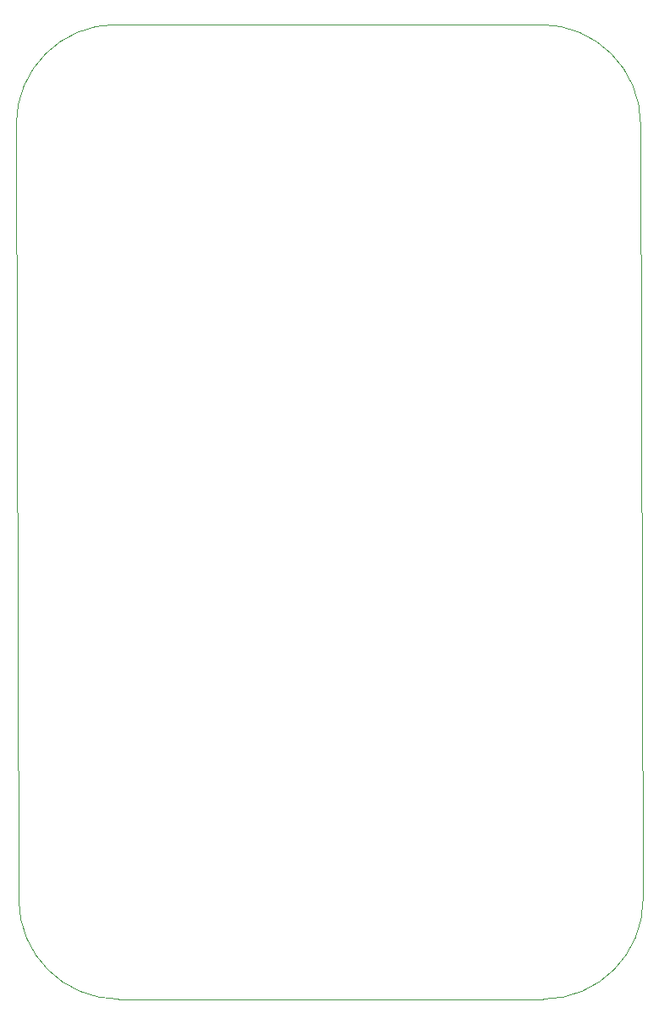
<source format=gbr>
%TF.GenerationSoftware,KiCad,Pcbnew,(6.0.5)*%
%TF.CreationDate,2022-06-08T15:49:38-06:00*%
%TF.ProjectId,main_board,6d61696e-5f62-46f6-9172-642e6b696361,rev?*%
%TF.SameCoordinates,Original*%
%TF.FileFunction,Profile,NP*%
%FSLAX46Y46*%
G04 Gerber Fmt 4.6, Leading zero omitted, Abs format (unit mm)*
G04 Created by KiCad (PCBNEW (6.0.5)) date 2022-06-08 15:49:38*
%MOMM*%
%LPD*%
G01*
G04 APERTURE LIST*
%TA.AperFunction,Profile*%
%ADD10C,0.100000*%
%TD*%
G04 APERTURE END LIST*
D10*
X128835000Y-53250000D02*
X171335000Y-53250000D01*
X171585000Y-150750000D02*
G75*
G03*
X181585000Y-140750000I0J10000000D01*
G01*
X181335000Y-63250000D02*
G75*
G03*
X171335000Y-53250000I-10000000J0D01*
G01*
X119085000Y-140750000D02*
G75*
G03*
X129085000Y-150750000I10000000J0D01*
G01*
X181585000Y-140750000D02*
X181335000Y-63250000D01*
X118835000Y-63250000D02*
X119085000Y-140750000D01*
X128835000Y-53250000D02*
G75*
G03*
X118835000Y-63250000I0J-10000000D01*
G01*
X129085000Y-150750000D02*
X171585000Y-150750000D01*
M02*

</source>
